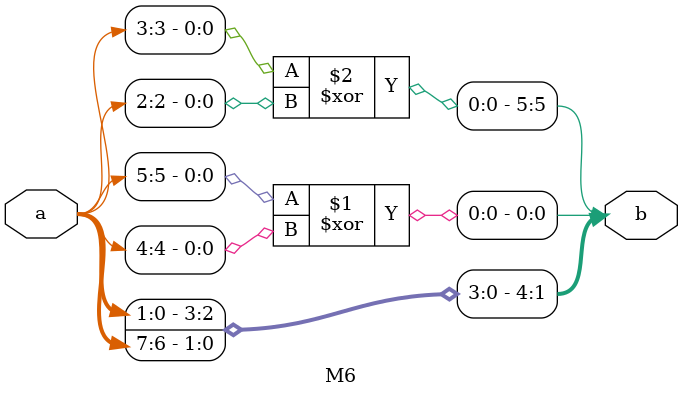
<source format=sv>

module M6 (
     input  wire [7:0] a
    ,output wire [5:0] b 
);

assign b[0] = a[5] ^ a[4] ;
assign b[1] = a[6];
assign b[2] = a[7];
assign b[3] = a[0];
assign b[4] = a[1];
assign b[5] = a[3] ^ a[2];

endmodule
</source>
